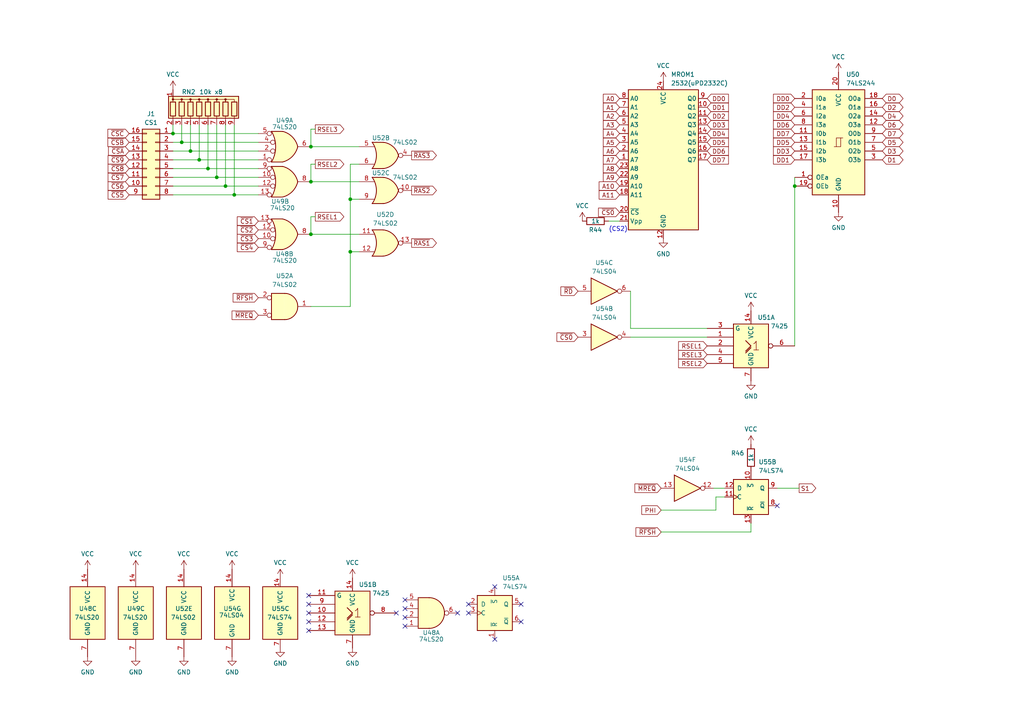
<source format=kicad_sch>
(kicad_sch (version 20230121) (generator eeschema)
  (paper "A4")
  (title_block (title "RAM SELECT & M-ROM") (date "2023-08-07") (comment 1 "IC48,IC49 MZ-80C基板より") (comment 2 "U51 A/U54 B,C,F/U49 A/U55 B") (comment 3 "U49 U52") (comment 4 "元回路図 CS1がclockwizeじゃなかった"))
  (lib_symbols
    (symbol "2532:2532"
      (property "Reference" "U" (at -10.16 20.955 0))
      (property "Value" "2532" (at 2.54 20.955 0))
      (symbol "2532_0_1"
        (rectangle (start -10.16 20.32) (end 10.16 -20.32) (stroke (width 0.254)) (fill (type background)))
      )
      (symbol "2532_1_0"
        (pin power_in line (at 0 -22.86 90) (length 2.54) (name "GND") (number "12"))
        (pin power_in line (at 0 22.86 270) (length 2.54) (name "VCC") (number "24"))
      )
      (symbol "2532_1_1"
        (pin input line (at -12.7 0 0) (length 2.54) (name "A7") (number "1"))
        (pin tri_state line (at 12.7 15.24 180) (length 2.54) (name "Q1") (number "10"))
        (pin tri_state line (at 12.7 12.7 180) (length 2.54) (name "Q2") (number "11"))
        (pin tri_state line (at 12.7 10.16 180) (length 2.54) (name "Q3") (number "13"))
        (pin tri_state line (at 12.7 7.62 180) (length 2.54) (name "Q4") (number "14"))
        (pin tri_state line (at 12.7 5.08 180) (length 2.54) (name "Q5") (number "15"))
        (pin tri_state line (at 12.7 2.54 180) (length 2.54) (name "Q6") (number "16"))
        (pin tri_state line (at 12.7 0 180) (length 2.54) (name "Q7") (number "17"))
        (pin input line (at -12.7 -10.16 0) (length 2.54) (name "A11") (number "18"))
        (pin input line (at -12.7 -7.62 0) (length 2.54) (name "A10") (number "19"))
        (pin input line (at -12.7 2.54 0) (length 2.54) (name "A6") (number "2"))
        (pin input line (at -12.7 -15.24 0) (length 2.54) (name "~{CS}") (number "20"))
        (pin input line (at -12.7 -17.78 0) (length 2.54) (name "Vpp") (number "21"))
        (pin input line (at -12.7 -5.08 0) (length 2.54) (name "A9") (number "22"))
        (pin input line (at -12.7 -2.54 0) (length 2.54) (name "A8") (number "23"))
        (pin input line (at -12.7 5.08 0) (length 2.54) (name "A5") (number "3"))
        (pin input line (at -12.7 7.62 0) (length 2.54) (name "A4") (number "4"))
        (pin input line (at -12.7 10.16 0) (length 2.54) (name "A3") (number "5"))
        (pin input line (at -12.7 12.7 0) (length 2.54) (name "A2") (number "6"))
        (pin input line (at -12.7 15.24 0) (length 2.54) (name "A1") (number "7"))
        (pin input line (at -12.7 17.78 0) (length 2.54) (name "A0") (number "8"))
        (pin tri_state line (at 12.7 17.78 180) (length 2.54) (name "Q0") (number "9"))
      )
    )
    (symbol "74xx:74LS02" (pin_names (offset 1.016))
      (property "Reference" "U" (at 0 1.27 0))
      (property "Value" "74LS02" (at 0 -1.27 0))
      (symbol "74LS02_1_1"
        (arc (start -3.81 -3.81) (mid -2.589 0) (end -3.81 3.81) (stroke (width 0.254)))
        (arc (start -0.6096 -3.81) (mid 2.1842 -2.5851) (end 3.81 0) (stroke (width 0.254)) (fill (type background)))
        (polyline (pts (xy -3.81 -3.81) (xy -0.635 -3.81)) (stroke (width 0.254)) (fill (type background)))
        (polyline (pts (xy -3.81 3.81) (xy -0.635 3.81)) (stroke (width 0.254)) (fill (type background)))
        (polyline (pts (xy -0.635 3.81) (xy -3.81 3.81) (xy -3.81 3.81) (xy -3.556 3.4036) (xy -3.0226 2.2606) (xy -2.6924 1.0414) (xy -2.6162 -0.254) (xy -2.7686 -1.4986) (xy -3.175 -2.7178) (xy -3.81 -3.81) (xy -3.81 -3.81) (xy -0.635 -3.81)) (stroke (width -25.4)) (fill (type background)))
        (arc (start 3.81 0) (mid 2.1915 2.5936) (end -0.6096 3.81) (stroke (width 0.254)) (fill (type background)))
        (pin output inverted (at 7.62 0 180) (length 3.81) (name "~") (number "1"))
        (pin input line (at -7.62 2.54 0) (length 4.318) (name "~") (number "2"))
        (pin input line (at -7.62 -2.54 0) (length 4.318) (name "~") (number "3"))
      )
      (symbol "74LS02_1_2"
        (arc (start 0 -3.81) (mid 3.7934 0) (end 0 3.81) (stroke (width 0.254)) (fill (type background)))
        (polyline (pts (xy 0 3.81) (xy -3.81 3.81) (xy -3.81 -3.81) (xy 0 -3.81)) (stroke (width 0.254)) (fill (type background)))
        (pin output line (at 7.62 0 180) (length 3.81) (name "~") (number "1"))
        (pin input inverted (at -7.62 2.54 0) (length 3.81) (name "~") (number "2"))
        (pin input inverted (at -7.62 -2.54 0) (length 3.81) (name "~") (number "3"))
      )
      (symbol "74LS02_2_1"
        (arc (start -3.81 -3.81) (mid -2.589 0) (end -3.81 3.81) (stroke (width 0.254)))
        (arc (start -0.6096 -3.81) (mid 2.1842 -2.5851) (end 3.81 0) (stroke (width 0.254)) (fill (type background)))
        (polyline (pts (xy -3.81 -3.81) (xy -0.635 -3.81)) (stroke (width 0.254)) (fill (type background)))
        (polyline (pts (xy -3.81 3.81) (xy -0.635 3.81)) (stroke (width 0.254)) (fill (type background)))
        (polyline (pts (xy -0.635 3.81) (xy -3.81 3.81) (xy -3.81 3.81) (xy -3.556 3.4036) (xy -3.0226 2.2606) (xy -2.6924 1.0414) (xy -2.6162 -0.254) (xy -2.7686 -1.4986) (xy -3.175 -2.7178) (xy -3.81 -3.81) (xy -3.81 -3.81) (xy -0.635 -3.81)) (stroke (width -25.4)) (fill (type background)))
        (arc (start 3.81 0) (mid 2.1915 2.5936) (end -0.6096 3.81) (stroke (width 0.254)) (fill (type background)))
        (pin output inverted (at 7.62 0 180) (length 3.81) (name "~") (number "4"))
        (pin input line (at -7.62 2.54 0) (length 4.318) (name "~") (number "5"))
        (pin input line (at -7.62 -2.54 0) (length 4.318) (name "~") (number "6"))
      )
      (symbol "74LS02_2_2"
        (arc (start 0 -3.81) (mid 3.7934 0) (end 0 3.81) (stroke (width 0.254)) (fill (type background)))
        (polyline (pts (xy 0 3.81) (xy -3.81 3.81) (xy -3.81 -3.81) (xy 0 -3.81)) (stroke (width 0.254)) (fill (type background)))
        (pin output line (at 7.62 0 180) (length 3.81) (name "~") (number "4"))
        (pin input inverted (at -7.62 2.54 0) (length 3.81) (name "~") (number "5"))
        (pin input inverted (at -7.62 -2.54 0) (length 3.81) (name "~") (number "6"))
      )
      (symbol "74LS02_3_1"
        (arc (start -3.81 -3.81) (mid -2.589 0) (end -3.81 3.81) (stroke (width 0.254)))
        (arc (start -0.6096 -3.81) (mid 2.1842 -2.5851) (end 3.81 0) (stroke (width 0.254)) (fill (type background)))
        (polyline (pts (xy -3.81 -3.81) (xy -0.635 -3.81)) (stroke (width 0.254)) (fill (type background)))
        (polyline (pts (xy -3.81 3.81) (xy -0.635 3.81)) (stroke (width 0.254)) (fill (type background)))
        (polyline (pts (xy -0.635 3.81) (xy -3.81 3.81) (xy -3.81 3.81) (xy -3.556 3.4036) (xy -3.0226 2.2606) (xy -2.6924 1.0414) (xy -2.6162 -0.254) (xy -2.7686 -1.4986) (xy -3.175 -2.7178) (xy -3.81 -3.81) (xy -3.81 -3.81) (xy -0.635 -3.81)) (stroke (width -25.4)) (fill (type background)))
        (arc (start 3.81 0) (mid 2.1915 2.5936) (end -0.6096 3.81) (stroke (width 0.254)) (fill (type background)))
        (pin output inverted (at 7.62 0 180) (length 3.81) (name "~") (number "10"))
        (pin input line (at -7.62 2.54 0) (length 4.318) (name "~") (number "8"))
        (pin input line (at -7.62 -2.54 0) (length 4.318) (name "~") (number "9"))
      )
      (symbol "74LS02_3_2"
        (arc (start 0 -3.81) (mid 3.7934 0) (end 0 3.81) (stroke (width 0.254)) (fill (type background)))
        (polyline (pts (xy 0 3.81) (xy -3.81 3.81) (xy -3.81 -3.81) (xy 0 -3.81)) (stroke (width 0.254)) (fill (type background)))
        (pin output line (at 7.62 0 180) (length 3.81) (name "~") (number "10"))
        (pin input inverted (at -7.62 2.54 0) (length 3.81) (name "~") (number "8"))
        (pin input inverted (at -7.62 -2.54 0) (length 3.81) (name "~") (number "9"))
      )
      (symbol "74LS02_4_1"
        (arc (start -3.81 -3.81) (mid -2.589 0) (end -3.81 3.81) (stroke (width 0.254)))
        (arc (start -0.6096 -3.81) (mid 2.1842 -2.5851) (end 3.81 0) (stroke (width 0.254)) (fill (type background)))
        (polyline (pts (xy -3.81 -3.81) (xy -0.635 -3.81)) (stroke (width 0.254)) (fill (type background)))
        (polyline (pts (xy -3.81 3.81) (xy -0.635 3.81)) (stroke (width 0.254)) (fill (type background)))
        (polyline (pts (xy -0.635 3.81) (xy -3.81 3.81) (xy -3.81 3.81) (xy -3.556 3.4036) (xy -3.0226 2.2606) (xy -2.6924 1.0414) (xy -2.6162 -0.254) (xy -2.7686 -1.4986) (xy -3.175 -2.7178) (xy -3.81 -3.81) (xy -3.81 -3.81) (xy -0.635 -3.81)) (stroke (width -25.4)) (fill (type background)))
        (arc (start 3.81 0) (mid 2.1915 2.5936) (end -0.6096 3.81) (stroke (width 0.254)) (fill (type background)))
        (pin input line (at -7.62 2.54 0) (length 4.318) (name "~") (number "11"))
        (pin input line (at -7.62 -2.54 0) (length 4.318) (name "~") (number "12"))
        (pin output inverted (at 7.62 0 180) (length 3.81) (name "~") (number "13"))
      )
      (symbol "74LS02_4_2"
        (arc (start 0 -3.81) (mid 3.7934 0) (end 0 3.81) (stroke (width 0.254)) (fill (type background)))
        (polyline (pts (xy 0 3.81) (xy -3.81 3.81) (xy -3.81 -3.81) (xy 0 -3.81)) (stroke (width 0.254)) (fill (type background)))
        (pin input inverted (at -7.62 2.54 0) (length 3.81) (name "~") (number "11"))
        (pin input inverted (at -7.62 -2.54 0) (length 3.81) (name "~") (number "12"))
        (pin output line (at 7.62 0 180) (length 3.81) (name "~") (number "13"))
      )
      (symbol "74LS02_5_0"
        (pin power_in line (at 0 12.7 270) (length 5.08) (name "VCC") (number "14"))
        (pin power_in line (at 0 -12.7 90) (length 5.08) (name "GND") (number "7"))
      )
      (symbol "74LS02_5_1"
        (rectangle (start -5.08 7.62) (end 5.08 -7.62) (stroke (width 0.254)) (fill (type background)))
      )
    )
    (symbol "74xx:74LS04"
      (property "Reference" "U" (at 0 1.27 0))
      (property "Value" "74LS04" (at 0 -1.27 0))
      (symbol "74LS04_1_0"
        (polyline (pts (xy -3.81 3.81) (xy -3.81 -3.81) (xy 3.81 0) (xy -3.81 3.81)) (stroke (width 0.254)) (fill (type background)))
        (pin input line (at -7.62 0 0) (length 3.81) (name "~") (number "1"))
        (pin output inverted (at 7.62 0 180) (length 3.81) (name "~") (number "2"))
      )
      (symbol "74LS04_2_0"
        (polyline (pts (xy -3.81 3.81) (xy -3.81 -3.81) (xy 3.81 0) (xy -3.81 3.81)) (stroke (width 0.254)) (fill (type background)))
        (pin input line (at -7.62 0 0) (length 3.81) (name "~") (number "3"))
        (pin output inverted (at 7.62 0 180) (length 3.81) (name "~") (number "4"))
      )
      (symbol "74LS04_3_0"
        (polyline (pts (xy -3.81 3.81) (xy -3.81 -3.81) (xy 3.81 0) (xy -3.81 3.81)) (stroke (width 0.254)) (fill (type background)))
        (pin input line (at -7.62 0 0) (length 3.81) (name "~") (number "5"))
        (pin output inverted (at 7.62 0 180) (length 3.81) (name "~") (number "6"))
      )
      (symbol "74LS04_4_0"
        (polyline (pts (xy -3.81 3.81) (xy -3.81 -3.81) (xy 3.81 0) (xy -3.81 3.81)) (stroke (width 0.254)) (fill (type background)))
        (pin output inverted (at 7.62 0 180) (length 3.81) (name "~") (number "8"))
        (pin input line (at -7.62 0 0) (length 3.81) (name "~") (number "9"))
      )
      (symbol "74LS04_5_0"
        (polyline (pts (xy -3.81 3.81) (xy -3.81 -3.81) (xy 3.81 0) (xy -3.81 3.81)) (stroke (width 0.254)) (fill (type background)))
        (pin output inverted (at 7.62 0 180) (length 3.81) (name "~") (number "10"))
        (pin input line (at -7.62 0 0) (length 3.81) (name "~") (number "11"))
      )
      (symbol "74LS04_6_0"
        (polyline (pts (xy -3.81 3.81) (xy -3.81 -3.81) (xy 3.81 0) (xy -3.81 3.81)) (stroke (width 0.254)) (fill (type background)))
        (pin output inverted (at 7.62 0 180) (length 3.81) (name "~") (number "12"))
        (pin input line (at -7.62 0 0) (length 3.81) (name "~") (number "13"))
      )
      (symbol "74LS04_7_0"
        (pin power_in line (at 0 12.7 270) (length 5.08) (name "VCC") (number "14"))
        (pin power_in line (at 0 -12.7 90) (length 5.08) (name "GND") (number "7"))
      )
      (symbol "74LS04_7_1"
        (rectangle (start -5.08 7.62) (end 5.08 -7.62) (stroke (width 0.254)) (fill (type background)))
      )
    )
    (symbol "74xx:74LS20" (pin_names (offset 1.016))
      (property "Reference" "U" (at 0 1.27 0))
      (property "Value" "74LS20" (at 0 -1.27 0))
      (symbol "74LS20_1_1"
        (arc (start -0.635 -4.445) (mid 3.7907 0) (end -0.635 4.445) (stroke (width 0.254)) (fill (type background)))
        (polyline (pts (xy -0.635 4.445) (xy -3.81 4.445) (xy -3.81 -4.445) (xy -0.635 -4.445)) (stroke (width 0.254)) (fill (type background)))
        (pin input line (at -7.62 3.81 0) (length 3.81) (name "~") (number "1"))
        (pin input line (at -7.62 1.27 0) (length 3.81) (name "~") (number "2"))
        (pin input line (at -7.62 -1.27 0) (length 3.81) (name "~") (number "4"))
        (pin input line (at -7.62 -3.81 0) (length 3.81) (name "~") (number "5"))
        (pin output inverted (at 7.62 0 180) (length 3.81) (name "~") (number "6"))
      )
      (symbol "74LS20_1_2"
        (arc (start -3.81 -4.445) (mid -2.5908 0) (end -3.81 4.445) (stroke (width 0.254)))
        (arc (start -0.6096 -4.445) (mid 2.2246 -2.8422) (end 3.81 0) (stroke (width 0.254)) (fill (type background)))
        (polyline (pts (xy -3.81 -4.445) (xy -0.635 -4.445)) (stroke (width 0.254)) (fill (type background)))
        (polyline (pts (xy -3.81 4.445) (xy -0.635 4.445)) (stroke (width 0.254)) (fill (type background)))
        (polyline (pts (xy -0.635 4.445) (xy -3.81 4.445) (xy -3.81 4.445) (xy -3.6322 4.0894) (xy -3.0988 2.921) (xy -2.7686 1.6764) (xy -2.6162 0.4318) (xy -2.6416 -0.8636) (xy -2.8702 -2.1082) (xy -3.2512 -3.3274) (xy -3.81 -4.445) (xy -3.81 -4.445) (xy -0.635 -4.445)) (stroke (width -25.4)) (fill (type background)))
        (arc (start 3.81 0) (mid 2.2204 2.8379) (end -0.6096 4.445) (stroke (width 0.254)) (fill (type background)))
        (pin input inverted (at -7.62 3.81 0) (length 3.81) (name "~") (number "1"))
        (pin input inverted (at -7.62 1.27 0) (length 4.826) (name "~") (number "2"))
        (pin input inverted (at -7.62 -1.27 0) (length 4.826) (name "~") (number "4"))
        (pin input inverted (at -7.62 -3.81 0) (length 3.81) (name "~") (number "5"))
        (pin output line (at 7.62 0 180) (length 3.81) (name "~") (number "6"))
      )
      (symbol "74LS20_2_1"
        (arc (start -0.635 -4.445) (mid 3.7907 0) (end -0.635 4.445) (stroke (width 0.254)) (fill (type background)))
        (polyline (pts (xy -0.635 4.445) (xy -3.81 4.445) (xy -3.81 -4.445) (xy -0.635 -4.445)) (stroke (width 0.254)) (fill (type background)))
        (pin input line (at -7.62 1.27 0) (length 3.81) (name "~") (number "10"))
        (pin input line (at -7.62 -1.27 0) (length 3.81) (name "~") (number "12"))
        (pin input line (at -7.62 -3.81 0) (length 3.81) (name "~") (number "13"))
        (pin output inverted (at 7.62 0 180) (length 3.81) (name "~") (number "8"))
        (pin input line (at -7.62 3.81 0) (length 3.81) (name "~") (number "9"))
      )
      (symbol "74LS20_2_2"
        (arc (start -3.81 -4.445) (mid -2.5908 0) (end -3.81 4.445) (stroke (width 0.254)))
        (arc (start -0.6096 -4.445) (mid 2.2246 -2.8422) (end 3.81 0) (stroke (width 0.254)) (fill (type background)))
        (polyline (pts (xy -3.81 -4.445) (xy -0.635 -4.445)) (stroke (width 0.254)) (fill (type background)))
        (polyline (pts (xy -3.81 4.445) (xy -0.635 4.445)) (stroke (width 0.254)) (fill (type background)))
        (polyline (pts (xy -0.635 4.445) (xy -3.81 4.445) (xy -3.81 4.445) (xy -3.6322 4.0894) (xy -3.0988 2.921) (xy -2.7686 1.6764) (xy -2.6162 0.4318) (xy -2.6416 -0.8636) (xy -2.8702 -2.1082) (xy -3.2512 -3.3274) (xy -3.81 -4.445) (xy -3.81 -4.445) (xy -0.635 -4.445)) (stroke (width -25.4)) (fill (type background)))
        (arc (start 3.81 0) (mid 2.2204 2.8379) (end -0.6096 4.445) (stroke (width 0.254)) (fill (type background)))
        (pin input inverted (at -7.62 1.27 0) (length 4.826) (name "~") (number "10"))
        (pin input inverted (at -7.62 -1.27 0) (length 4.826) (name "~") (number "12"))
        (pin input inverted (at -7.62 -3.81 0) (length 3.81) (name "~") (number "13"))
        (pin output line (at 7.62 0 180) (length 3.81) (name "~") (number "8"))
        (pin input inverted (at -7.62 3.81 0) (length 3.81) (name "~") (number "9"))
      )
      (symbol "74LS20_3_0"
        (pin power_in line (at 0 12.7 270) (length 5.08) (name "VCC") (number "14"))
        (pin power_in line (at 0 -12.7 90) (length 5.08) (name "GND") (number "7"))
      )
      (symbol "74LS20_3_1"
        (rectangle (start -5.08 7.62) (end 5.08 -7.62) (stroke (width 0.254)) (fill (type background)))
      )
    )
    (symbol "74xx:74LS244" (pin_names (offset 1.016))
      (property "Reference" "U" (at -7.62 16.51 0))
      (property "Value" "74LS244" (at -7.62 -16.51 0))
      (symbol "74LS244_1_0"
        (polyline (pts (xy -0.635 -1.27) (xy -0.635 1.27) (xy 0.635 1.27)))
        (polyline (pts (xy -1.27 -1.27) (xy 0.635 -1.27) (xy 0.635 1.27) (xy 1.27 1.27)))
        (pin input inverted (at -12.7 -10.16 0) (length 5.08) (name "OEa") (number "1"))
        (pin power_in line (at 0 -20.32 90) (length 5.08) (name "GND") (number "10"))
        (pin input line (at -12.7 2.54 0) (length 5.08) (name "I0b") (number "11"))
        (pin tri_state line (at 12.7 5.08 180) (length 5.08) (name "O3a") (number "12"))
        (pin input line (at -12.7 0 0) (length 5.08) (name "I1b") (number "13"))
        (pin tri_state line (at 12.7 7.62 180) (length 5.08) (name "O2a") (number "14"))
        (pin input line (at -12.7 -2.54 0) (length 5.08) (name "I2b") (number "15"))
        (pin tri_state line (at 12.7 10.16 180) (length 5.08) (name "O1a") (number "16"))
        (pin input line (at -12.7 -5.08 0) (length 5.08) (name "I3b") (number "17"))
        (pin tri_state line (at 12.7 12.7 180) (length 5.08) (name "O0a") (number "18"))
        (pin input inverted (at -12.7 -12.7 0) (length 5.08) (name "OEb") (number "19"))
        (pin input line (at -12.7 12.7 0) (length 5.08) (name "I0a") (number "2"))
        (pin power_in line (at 0 20.32 270) (length 5.08) (name "VCC") (number "20"))
        (pin tri_state line (at 12.7 -5.08 180) (length 5.08) (name "O3b") (number "3"))
        (pin input line (at -12.7 10.16 0) (length 5.08) (name "I1a") (number "4"))
        (pin tri_state line (at 12.7 -2.54 180) (length 5.08) (name "O2b") (number "5"))
        (pin input line (at -12.7 7.62 0) (length 5.08) (name "I2a") (number "6"))
        (pin tri_state line (at 12.7 0 180) (length 5.08) (name "O1b") (number "7"))
        (pin input line (at -12.7 5.08 0) (length 5.08) (name "I3a") (number "8"))
        (pin tri_state line (at 12.7 2.54 180) (length 5.08) (name "O0b") (number "9"))
      )
      (symbol "74LS244_1_1"
        (rectangle (start -7.62 15.24) (end 7.62 -15.24) (stroke (width 0.254)) (fill (type background)))
      )
    )
    (symbol "74xx:74LS74" (pin_names (offset 1.016))
      (property "Reference" "U" (at -7.62 8.89 0))
      (property "Value" "74LS74" (at -7.62 -8.89 0))
      (symbol "74LS74_1_0"
        (pin input line (at 0 -7.62 90) (length 2.54) (name "~{R}") (number "1"))
        (pin input line (at -7.62 2.54 0) (length 2.54) (name "D") (number "2"))
        (pin input clock (at -7.62 0 0) (length 2.54) (name "C") (number "3"))
        (pin input line (at 0 7.62 270) (length 2.54) (name "~{S}") (number "4"))
        (pin output line (at 7.62 2.54 180) (length 2.54) (name "Q") (number "5"))
        (pin output line (at 7.62 -2.54 180) (length 2.54) (name "~{Q}") (number "6"))
      )
      (symbol "74LS74_1_1"
        (rectangle (start -5.08 5.08) (end 5.08 -5.08) (stroke (width 0.254)) (fill (type background)))
      )
      (symbol "74LS74_2_0"
        (pin input line (at 0 7.62 270) (length 2.54) (name "~{S}") (number "10"))
        (pin input clock (at -7.62 0 0) (length 2.54) (name "C") (number "11"))
        (pin input line (at -7.62 2.54 0) (length 2.54) (name "D") (number "12"))
        (pin input line (at 0 -7.62 90) (length 2.54) (name "~{R}") (number "13"))
        (pin output line (at 7.62 -2.54 180) (length 2.54) (name "~{Q}") (number "8"))
        (pin output line (at 7.62 2.54 180) (length 2.54) (name "Q") (number "9"))
      )
      (symbol "74LS74_2_1"
        (rectangle (start -5.08 5.08) (end 5.08 -5.08) (stroke (width 0.254)) (fill (type background)))
      )
      (symbol "74LS74_3_0"
        (pin power_in line (at 0 10.16 270) (length 2.54) (name "VCC") (number "14"))
        (pin power_in line (at 0 -10.16 90) (length 2.54) (name "GND") (number "7"))
      )
      (symbol "74LS74_3_1"
        (rectangle (start -5.08 7.62) (end 5.08 -7.62) (stroke (width 0.254)) (fill (type background)))
      )
    )
    (symbol "74xx_IEEE:7425"
      (property "Reference" "U" (at 6.35 10.16 0))
      (property "Value" "7425" (at 5.08 -8.89 0))
      (symbol "7425_0_0"
        (polyline (pts (xy -1.524 -2.032) (xy 0 -0.508) (xy 0 -0.508)) (stroke (width 0.254)) (fill (type background)))
        (polyline (pts (xy -1.524 1.524) (xy 0 0) (xy -1.524 -1.524) (xy -1.524 -1.524)) (stroke (width 0.254)) (fill (type background)))
        (text "1" (at 1.524 0 0) (effects (font (size 2.54 2.54))))
      )
      (symbol "7425_0_1"
        (rectangle (start -5.08 6.35) (end 5.08 -6.35) (stroke (width 0.254)) (fill (type background)))
        (pin power_in line (at 0 10.16 270) (length 3.81) (name "VCC") (number "14"))
        (pin power_in line (at 0 -10.16 90) (length 3.81) (name "GND") (number "7"))
      )
      (symbol "7425_1_1"
        (pin input line (at -12.7 2.54 0) (length 7.62) (name "~") (number "1"))
        (pin input line (at -12.7 0 0) (length 7.62) (name "~") (number "2"))
        (pin input line (at -12.7 5.08 0) (length 7.62) (name "G") (number "3"))
        (pin input line (at -12.7 -2.54 0) (length 7.62) (name "~") (number "4"))
        (pin input line (at -12.7 -5.08 0) (length 7.62) (name "~") (number "5"))
        (pin output inverted (at 12.7 0 180) (length 7.62) (name "~") (number "6"))
      )
      (symbol "7425_2_1"
        (pin input line (at -12.7 0 0) (length 7.62) (name "~") (number "10"))
        (pin input line (at -12.7 5.08 0) (length 7.62) (name "G") (number "11"))
        (pin input line (at -12.7 -2.54 0) (length 7.62) (name "~") (number "12"))
        (pin input line (at -12.7 -5.08 0) (length 7.62) (name "~") (number "13"))
        (pin output inverted (at 12.7 0 180) (length 7.62) (name "~") (number "8"))
        (pin input line (at -12.7 2.54 0) (length 7.62) (name "~") (number "9"))
      )
    )
    (symbol "Connector_Generic:Conn_02x08_Counter_Clockwise" (pin_names (offset 1.016) hide)
      (property "Reference" "J" (at 1.27 10.16 0))
      (property "Value" "Conn_02x08_Counter_Clockwise" (at 1.27 -12.7 0))
      (symbol "Conn_02x08_Counter_Clockwise_1_1"
        (rectangle (start -1.27 -10.033) (end 0 -10.287) (stroke (width 0.1524)))
        (rectangle (start -1.27 -7.493) (end 0 -7.747) (stroke (width 0.1524)))
        (rectangle (start -1.27 -4.953) (end 0 -5.207) (stroke (width 0.1524)))
        (rectangle (start -1.27 -2.413) (end 0 -2.667) (stroke (width 0.1524)))
        (rectangle (start -1.27 0.127) (end 0 -0.127) (stroke (width 0.1524)))
        (rectangle (start -1.27 2.667) (end 0 2.413) (stroke (width 0.1524)))
        (rectangle (start -1.27 5.207) (end 0 4.953) (stroke (width 0.1524)))
        (rectangle (start -1.27 7.747) (end 0 7.493) (stroke (width 0.1524)))
        (rectangle (start -1.27 8.89) (end 3.81 -11.43) (stroke (width 0.254)) (fill (type background)))
        (rectangle (start 3.81 -10.033) (end 2.54 -10.287) (stroke (width 0.1524)))
        (rectangle (start 3.81 -7.493) (end 2.54 -7.747) (stroke (width 0.1524)))
        (rectangle (start 3.81 -4.953) (end 2.54 -5.207) (stroke (width 0.1524)))
        (rectangle (start 3.81 -2.413) (end 2.54 -2.667) (stroke (width 0.1524)))
        (rectangle (start 3.81 0.127) (end 2.54 -0.127) (stroke (width 0.1524)))
        (rectangle (start 3.81 2.667) (end 2.54 2.413) (stroke (width 0.1524)))
        (rectangle (start 3.81 5.207) (end 2.54 4.953) (stroke (width 0.1524)))
        (rectangle (start 3.81 7.747) (end 2.54 7.493) (stroke (width 0.1524)))
        (pin passive line (at -5.08 7.62 0) (length 3.81) (name "Pin_1") (number "1"))
        (pin passive line (at 7.62 -7.62 180) (length 3.81) (name "Pin_10") (number "10"))
        (pin passive line (at 7.62 -5.08 180) (length 3.81) (name "Pin_11") (number "11"))
        (pin passive line (at 7.62 -2.54 180) (length 3.81) (name "Pin_12") (number "12"))
        (pin passive line (at 7.62 0 180) (length 3.81) (name "Pin_13") (number "13"))
        (pin passive line (at 7.62 2.54 180) (length 3.81) (name "Pin_14") (number "14"))
        (pin passive line (at 7.62 5.08 180) (length 3.81) (name "Pin_15") (number "15"))
        (pin passive line (at 7.62 7.62 180) (length 3.81) (name "Pin_16") (number "16"))
        (pin passive line (at -5.08 5.08 0) (length 3.81) (name "Pin_2") (number "2"))
        (pin passive line (at -5.08 2.54 0) (length 3.81) (name "Pin_3") (number "3"))
        (pin passive line (at -5.08 0 0) (length 3.81) (name "Pin_4") (number "4"))
        (pin passive line (at -5.08 -2.54 0) (length 3.81) (name "Pin_5") (number "5"))
        (pin passive line (at -5.08 -5.08 0) (length 3.81) (name "Pin_6") (number "6"))
        (pin passive line (at -5.08 -7.62 0) (length 3.81) (name "Pin_7") (number "7"))
        (pin passive line (at -5.08 -10.16 0) (length 3.81) (name "Pin_8") (number "8"))
        (pin passive line (at 7.62 -10.16 180) (length 3.81) (name "Pin_9") (number "9"))
      )
    )
    (symbol "Device:R" (pin_numbers hide) (pin_names (offset 0))
      (property "Reference" "R" (at 2.032 0 90))
      (property "Value" "R" (at 0 0 90))
      (symbol "R_0_1"
        (rectangle (start -1.016 -2.54) (end 1.016 2.54) (stroke (width 0.254)))
      )
      (symbol "R_1_1"
        (pin passive line (at 0 3.81 270) (length 1.27) (name "~") (number "1"))
        (pin passive line (at 0 -3.81 90) (length 1.27) (name "~") (number "2"))
      )
    )
    (symbol "Device:R_Network08" (pin_names (offset 0) hide)
      (property "Reference" "RN" (at -12.7 0 90))
      (property "Value" "R_Network08" (at 10.16 0 90))
      (symbol "R_Network08_0_1"
        (rectangle (start -11.43 -3.175) (end 8.89 3.175) (stroke (width 0.254)) (fill (type background)))
        (rectangle (start -10.922 1.524) (end -9.398 -2.54) (stroke (width 0.254)))
        (circle (center -10.16 2.286) (radius 0.254) (fill (type outline)))
        (rectangle (start -8.382 1.524) (end -6.858 -2.54) (stroke (width 0.254)))
        (circle (center -7.62 2.286) (radius 0.254) (fill (type outline)))
        (rectangle (start -5.842 1.524) (end -4.318 -2.54) (stroke (width 0.254)))
        (circle (center -5.08 2.286) (radius 0.254) (fill (type outline)))
        (rectangle (start -3.302 1.524) (end -1.778 -2.54) (stroke (width 0.254)))
        (circle (center -2.54 2.286) (radius 0.254) (fill (type outline)))
        (rectangle (start -0.762 1.524) (end 0.762 -2.54) (stroke (width 0.254)))
        (polyline (pts (xy -10.16 -2.54) (xy -10.16 -3.81)))
        (polyline (pts (xy -7.62 -2.54) (xy -7.62 -3.81)))
        (polyline (pts (xy -5.08 -2.54) (xy -5.08 -3.81)))
        (polyline (pts (xy -2.54 -2.54) (xy -2.54 -3.81)))
        (polyline (pts (xy 0 -2.54) (xy 0 -3.81)))
        (polyline (pts (xy 2.54 -2.54) (xy 2.54 -3.81)))
        (polyline (pts (xy 5.08 -2.54) (xy 5.08 -3.81)))
        (polyline (pts (xy 7.62 -2.54) (xy 7.62 -3.81)))
        (polyline (pts (xy -10.16 1.524) (xy -10.16 2.286) (xy -7.62 2.286) (xy -7.62 1.524)))
        (polyline (pts (xy -7.62 1.524) (xy -7.62 2.286) (xy -5.08 2.286) (xy -5.08 1.524)))
        (polyline (pts (xy -5.08 1.524) (xy -5.08 2.286) (xy -2.54 2.286) (xy -2.54 1.524)))
        (polyline (pts (xy -2.54 1.524) (xy -2.54 2.286) (xy 0 2.286) (xy 0 1.524)))
        (polyline (pts (xy 0 1.524) (xy 0 2.286) (xy 2.54 2.286) (xy 2.54 1.524)))
        (polyline (pts (xy 2.54 1.524) (xy 2.54 2.286) (xy 5.08 2.286) (xy 5.08 1.524)))
        (polyline (pts (xy 5.08 1.524) (xy 5.08 2.286) (xy 7.62 2.286) (xy 7.62 1.524)))
        (circle (center 0 2.286) (radius 0.254) (fill (type outline)))
        (rectangle (start 1.778 1.524) (end 3.302 -2.54) (stroke (width 0.254)))
        (circle (center 2.54 2.286) (radius 0.254) (fill (type outline)))
        (rectangle (start 4.318 1.524) (end 5.842 -2.54) (stroke (width 0.254)))
        (circle (center 5.08 2.286) (radius 0.254) (fill (type outline)))
        (rectangle (start 6.858 1.524) (end 8.382 -2.54) (stroke (width 0.254)))
      )
      (symbol "R_Network08_1_1"
        (pin passive line (at -10.16 5.08 270) (length 2.54) (name "common") (number "1"))
        (pin passive line (at -10.16 -5.08 90) (length 1.27) (name "R1") (number "2"))
        (pin passive line (at -7.62 -5.08 90) (length 1.27) (name "R2") (number "3"))
        (pin passive line (at -5.08 -5.08 90) (length 1.27) (name "R3") (number "4"))
        (pin passive line (at -2.54 -5.08 90) (length 1.27) (name "R4") (number "5"))
        (pin passive line (at 0 -5.08 90) (length 1.27) (name "R5") (number "6"))
        (pin passive line (at 2.54 -5.08 90) (length 1.27) (name "R6") (number "7"))
        (pin passive line (at 5.08 -5.08 90) (length 1.27) (name "R7") (number "8"))
        (pin passive line (at 7.62 -5.08 90) (length 1.27) (name "R8") (number "9"))
      )
    )
    (symbol "power:GND" (power) (pin_names (offset 0))
      (property "Value" "GND" (at 0 -3.81 0))
      (symbol "GND_0_1"
        (polyline (pts (xy 0 0) (xy 0 -1.27) (xy 1.27 -1.27) (xy 0 -2.54) (xy -1.27 -1.27) (xy 0 -1.27)))
      )
      (symbol "GND_1_1"
        (pin power_in line (at 0 0 270) (length 0) hide (name "GND") (number "1"))
      )
    )
    (symbol "power:VCC" (power) (pin_names (offset 0))
      (property "Value" "VCC" (at 0 3.81 0))
      (symbol "VCC_0_1"
        (polyline (pts (xy -0.762 1.27) (xy 0 2.54)))
        (polyline (pts (xy 0 0) (xy 0 2.54)))
        (polyline (pts (xy 0 2.54) (xy 0.762 1.27)))
      )
      (symbol "VCC_1_1"
        (pin power_in line (at 0 0 90) (length 0) hide (name "VCC") (number "1"))
      )
    )
  )
  (junction (at 65.405 53.975))
  (junction (at 57.785 46.355))
  (junction (at 90.17 67.945))
  (junction (at 52.705 41.275))
  (junction (at 62.865 51.435))
  (junction (at 101.6 57.785))
  (junction (at 101.6 73.025))
  (junction (at 60.325 48.895))
  (junction (at 55.245 43.815))
  (junction (at 67.945 56.515))
  (junction (at 90.17 42.545))
  (junction (at 90.17 52.705))
  (junction (at 50.165 38.735))
  (junction (at 230.505 53.975))
  (no_connect (at 89.535 172.72))
  (no_connect (at 117.475 173.99))
  (no_connect (at 151.13 175.26))
  (no_connect (at 89.535 175.26))
  (no_connect (at 89.535 177.8))
  (no_connect (at 117.475 179.07))
  (no_connect (at 117.475 176.53))
  (no_connect (at 132.715 177.8))
  (no_connect (at 151.13 180.34))
  (no_connect (at 143.51 170.18))
  (no_connect (at 89.535 182.88))
  (no_connect (at 117.475 181.61))
  (no_connect (at 225.425 146.685))
  (no_connect (at 114.935 177.8))
  (no_connect (at 143.51 185.42))
  (no_connect (at 89.535 180.34))
  (no_connect (at 135.89 177.8))
  (no_connect (at 135.89 175.26))
  (wire (pts (xy 182.88 97.79) (xy 205.105 97.79)))
  (wire (pts (xy 90.17 67.945) (xy 104.14 67.945)))
  (wire (pts (xy 182.88 84.455) (xy 182.88 95.25)))
  (wire (pts (xy 65.405 53.975) (xy 74.93 53.975)))
  (wire (pts (xy 55.245 43.815) (xy 74.93 43.815)))
  (wire (pts (xy 90.17 52.705) (xy 90.17 47.625)))
  (wire (pts (xy 50.165 38.735) (xy 74.93 38.735)))
  (wire (pts (xy 217.805 154.305) (xy 217.805 151.765)))
  (wire (pts (xy 101.6 57.785) (xy 104.14 57.785)))
  (wire (pts (xy 62.865 36.195) (xy 62.865 51.435)))
  (wire (pts (xy 67.945 36.195) (xy 67.945 56.515)))
  (wire (pts (xy 230.505 53.975) (xy 230.505 100.33)))
  (wire (pts (xy 57.785 46.355) (xy 74.93 46.355)))
  (wire (pts (xy 101.6 73.025) (xy 104.14 73.025)))
  (wire (pts (xy 207.01 141.605) (xy 210.185 141.605)))
  (wire (pts (xy 52.705 41.275) (xy 74.93 41.275)))
  (wire (pts (xy 60.325 48.895) (xy 74.93 48.895)))
  (wire (pts (xy 101.6 73.025) (xy 101.6 57.785)))
  (wire (pts (xy 50.165 36.195) (xy 50.165 38.735)))
  (wire (pts (xy 57.785 36.195) (xy 57.785 46.355)))
  (wire (pts (xy 90.17 42.545) (xy 104.14 42.545)))
  (wire (pts (xy 182.88 95.25) (xy 205.105 95.25)))
  (wire (pts (xy 50.165 43.815) (xy 55.245 43.815)))
  (wire (pts (xy 191.77 147.955) (xy 207.645 147.955)))
  (wire (pts (xy 176.53 64.135) (xy 179.705 64.135)))
  (wire (pts (xy 90.17 37.465) (xy 91.44 37.465)))
  (wire (pts (xy 60.325 36.195) (xy 60.325 48.895)))
  (wire (pts (xy 62.865 51.435) (xy 74.93 51.435)))
  (wire (pts (xy 52.705 36.195) (xy 52.705 41.275)))
  (wire (pts (xy 191.77 154.305) (xy 217.805 154.305)))
  (wire (pts (xy 101.6 47.625) (xy 104.14 47.625)))
  (wire (pts (xy 50.165 46.355) (xy 57.785 46.355)))
  (wire (pts (xy 230.505 51.435) (xy 230.505 53.975)))
  (wire (pts (xy 65.405 36.195) (xy 65.405 53.975)))
  (wire (pts (xy 101.6 88.9) (xy 101.6 73.025)))
  (wire (pts (xy 50.165 51.435) (xy 62.865 51.435)))
  (wire (pts (xy 55.245 36.195) (xy 55.245 43.815)))
  (wire (pts (xy 90.17 62.865) (xy 91.44 62.865)))
  (wire (pts (xy 207.645 147.955) (xy 207.645 144.145)))
  (wire (pts (xy 50.165 56.515) (xy 67.945 56.515)))
  (wire (pts (xy 90.17 88.9) (xy 101.6 88.9)))
  (wire (pts (xy 67.945 56.515) (xy 74.93 56.515)))
  (wire (pts (xy 50.165 53.975) (xy 65.405 53.975)))
  (wire (pts (xy 50.165 41.275) (xy 52.705 41.275)))
  (wire (pts (xy 207.645 144.145) (xy 210.185 144.145)))
  (wire (pts (xy 101.6 57.785) (xy 101.6 47.625)))
  (wire (pts (xy 90.17 47.625) (xy 91.44 47.625)))
  (wire (pts (xy 50.165 48.895) (xy 60.325 48.895)))
  (wire (pts (xy 90.17 67.945) (xy 90.17 62.865)))
  (wire (pts (xy 90.17 42.545) (xy 90.17 37.465)))
  (wire (pts (xy 225.425 141.605) (xy 231.775 141.605)))
  (wire (pts (xy 90.17 52.705) (xy 104.14 52.705)))
  (text "(CS2)" (at 176.53 67.31 0) (effects (font (size 1.27 1.27)) (justify left bottom)))
  (global_label "A4" (shape input) (at 179.705 38.735 180) (property "Intersheetrefs" "${INTERSHEET_REFS}" (effects hide)))
  (global_label "DD7" (shape input) (at 205.105 46.355 0) (property "Intersheetrefs" "${INTERSHEET_REFS}" (effects hide)))
  (global_label "RSEL1" (shape input) (at 205.105 100.33 180) (property "Intersheetrefs" "${INTERSHEET_REFS}" (effects hide)))
  (global_label "~{CSA}" (shape input) (at 37.465 43.815 180) (property "Intersheetrefs" "${INTERSHEET_REFS}" (effects hide)))
  (global_label "RSEL1" (shape output) (at 91.44 62.865 0) (property "Intersheetrefs" "${INTERSHEET_REFS}" (effects hide)))
  (global_label "PHI" (shape input) (at 191.77 147.955 180) (property "Intersheetrefs" "${INTERSHEET_REFS}" (effects hide)))
  (global_label "~{CSB}" (shape input) (at 37.465 41.275 180) (property "Intersheetrefs" "${INTERSHEET_REFS}" (effects hide)))
  (global_label "D5" (shape tri_state) (at 255.905 41.275 0) (property "Intersheetrefs" "${INTERSHEET_REFS}" (effects hide)))
  (global_label "A11" (shape input) (at 179.705 56.515 180) (property "Intersheetrefs" "${INTERSHEET_REFS}" (effects hide)))
  (global_label "~{MREQ}" (shape input) (at 74.93 91.44 180) (property "Intersheetrefs" "${INTERSHEET_REFS}" (effects hide)))
  (global_label "~{CSC}" (shape input) (at 37.465 38.735 180) (property "Intersheetrefs" "${INTERSHEET_REFS}" (effects hide)))
  (global_label "A1" (shape input) (at 179.705 31.115 180) (property "Intersheetrefs" "${INTERSHEET_REFS}" (effects hide)))
  (global_label "DD4" (shape input) (at 230.505 33.655 180) (property "Intersheetrefs" "${INTERSHEET_REFS}" (effects hide)))
  (global_label "RSEL3" (shape input) (at 205.105 102.87 180) (property "Intersheetrefs" "${INTERSHEET_REFS}" (effects hide)))
  (global_label "DD5" (shape input) (at 205.105 41.275 0) (property "Intersheetrefs" "${INTERSHEET_REFS}" (effects hide)))
  (global_label "~{CS4}" (shape input) (at 74.93 71.755 180) (property "Intersheetrefs" "${INTERSHEET_REFS}" (effects hide)))
  (global_label "DD1" (shape input) (at 230.505 46.355 180) (property "Intersheetrefs" "${INTERSHEET_REFS}" (effects hide)))
  (global_label "~{CS3}" (shape input) (at 74.93 69.215 180) (property "Intersheetrefs" "${INTERSHEET_REFS}" (effects hide)))
  (global_label "D6" (shape tri_state) (at 255.905 36.195 0) (property "Intersheetrefs" "${INTERSHEET_REFS}" (effects hide)))
  (global_label "~{MREQ}" (shape input) (at 191.77 141.605 180) (property "Intersheetrefs" "${INTERSHEET_REFS}" (effects hide)))
  (global_label "~{RFSH}" (shape input) (at 74.93 86.36 180) (property "Intersheetrefs" "${INTERSHEET_REFS}" (effects hide)))
  (global_label "D4" (shape tri_state) (at 255.905 33.655 0) (property "Intersheetrefs" "${INTERSHEET_REFS}" (effects hide)))
  (global_label "~{RAS3}" (shape output) (at 119.38 45.085 0) (property "Intersheetrefs" "${INTERSHEET_REFS}" (effects hide)))
  (global_label "~{CS6}" (shape input) (at 37.465 53.975 180) (property "Intersheetrefs" "${INTERSHEET_REFS}" (effects hide)))
  (global_label "DD2" (shape input) (at 205.105 33.655 0) (property "Intersheetrefs" "${INTERSHEET_REFS}" (effects hide)))
  (global_label "DD4" (shape input) (at 205.105 38.735 0) (property "Intersheetrefs" "${INTERSHEET_REFS}" (effects hide)))
  (global_label "DD0" (shape input) (at 230.505 28.575 180) (property "Intersheetrefs" "${INTERSHEET_REFS}" (effects hide)))
  (global_label "~{CS2}" (shape input) (at 74.93 66.675 180) (property "Intersheetrefs" "${INTERSHEET_REFS}" (effects hide)))
  (global_label "~{CS0}" (shape input) (at 179.705 61.595 180) (property "Intersheetrefs" "${INTERSHEET_REFS}" (effects hide)))
  (global_label "D0" (shape tri_state) (at 255.905 28.575 0) (property "Intersheetrefs" "${INTERSHEET_REFS}" (effects hide)))
  (global_label "~{CS1}" (shape input) (at 74.93 64.135 180) (property "Intersheetrefs" "${INTERSHEET_REFS}" (effects hide)))
  (global_label "DD3" (shape input) (at 230.505 43.815 180) (property "Intersheetrefs" "${INTERSHEET_REFS}" (effects hide)))
  (global_label "A9" (shape input) (at 179.705 51.435 180) (property "Intersheetrefs" "${INTERSHEET_REFS}" (effects hide)))
  (global_label "DD1" (shape input) (at 205.105 31.115 0) (property "Intersheetrefs" "${INTERSHEET_REFS}" (effects hide)))
  (global_label "~{CS5}" (shape input) (at 37.465 56.515 180) (property "Intersheetrefs" "${INTERSHEET_REFS}" (effects hide)))
  (global_label "~{RD}" (shape input) (at 167.64 84.455 180) (property "Intersheetrefs" "${INTERSHEET_REFS}" (effects hide)))
  (global_label "DD5" (shape input) (at 230.505 41.275 180) (property "Intersheetrefs" "${INTERSHEET_REFS}" (effects hide)))
  (global_label "RSEL2" (shape output) (at 91.44 47.625 0) (property "Intersheetrefs" "${INTERSHEET_REFS}" (effects hide)))
  (global_label "RSEL2" (shape input) (at 205.105 105.41 180) (property "Intersheetrefs" "${INTERSHEET_REFS}" (effects hide)))
  (global_label "~{RAS1}" (shape output) (at 119.38 70.485 0) (property "Intersheetrefs" "${INTERSHEET_REFS}" (effects hide)))
  (global_label "~{CS0}" (shape input) (at 167.64 97.79 180) (property "Intersheetrefs" "${INTERSHEET_REFS}" (effects hide)))
  (global_label "D3" (shape tri_state) (at 255.905 43.815 0) (property "Intersheetrefs" "${INTERSHEET_REFS}" (effects hide)))
  (global_label "DD0" (shape input) (at 205.105 28.575 0) (property "Intersheetrefs" "${INTERSHEET_REFS}" (effects hide)))
  (global_label "D1" (shape tri_state) (at 255.905 46.355 0) (property "Intersheetrefs" "${INTERSHEET_REFS}" (effects hide)))
  (global_label "DD6" (shape input) (at 205.105 43.815 0) (property "Intersheetrefs" "${INTERSHEET_REFS}" (effects hide)))
  (global_label "D7" (shape tri_state) (at 255.905 38.735 0) (property "Intersheetrefs" "${INTERSHEET_REFS}" (effects hide)))
  (global_label "~{CS7}" (shape input) (at 37.465 51.435 180) (property "Intersheetrefs" "${INTERSHEET_REFS}" (effects hide)))
  (global_label "DD6" (shape input) (at 230.505 36.195 180) (property "Intersheetrefs" "${INTERSHEET_REFS}" (effects hide)))
  (global_label "~{CS8}" (shape input) (at 37.465 48.895 180) (property "Intersheetrefs" "${INTERSHEET_REFS}" (effects hide)))
  (global_label "A0" (shape input) (at 179.705 28.575 180) (property "Intersheetrefs" "${INTERSHEET_REFS}" (effects hide)))
  (global_label "A2" (shape input) (at 179.705 33.655 180) (property "Intersheetrefs" "${INTERSHEET_REFS}" (effects hide)))
  (global_label "DD7" (shape input) (at 230.505 38.735 180) (property "Intersheetrefs" "${INTERSHEET_REFS}" (effects hide)))
  (global_label "A3" (shape input) (at 179.705 36.195 180) (property "Intersheetrefs" "${INTERSHEET_REFS}" (effects hide)))
  (global_label "~{CS9}" (shape input) (at 37.465 46.355 180) (property "Intersheetrefs" "${INTERSHEET_REFS}" (effects hide)))
  (global_label "A10" (shape input) (at 179.705 53.975 180) (property "Intersheetrefs" "${INTERSHEET_REFS}" (effects hide)))
  (global_label "S1" (shape output) (at 231.775 141.605 0) (property "Intersheetrefs" "${INTERSHEET_REFS}" (effects hide)))
  (global_label "A8" (shape input) (at 179.705 48.895 180) (property "Intersheetrefs" "${INTERSHEET_REFS}" (effects hide)))
  (global_label "DD3" (shape input) (at 205.105 36.195 0) (property "Intersheetrefs" "${INTERSHEET_REFS}" (effects hide)))
  (global_label "~{RAS2}" (shape output) (at 119.38 55.245 0) (property "Intersheetrefs" "${INTERSHEET_REFS}" (effects hide)))
  (global_label "A6" (shape input) (at 179.705 43.815 180) (property "Intersheetrefs" "${INTERSHEET_REFS}" (effects hide)))
  (global_label "~{RFSH}" (shape input) (at 191.77 154.305 180) (property "Intersheetrefs" "${INTERSHEET_REFS}" (effects hide)))
  (global_label "RSEL3" (shape output) (at 91.44 37.465 0) (property "Intersheetrefs" "${INTERSHEET_REFS}" (effects hide)))
  (global_label "A7" (shape input) (at 179.705 46.355 180) (property "Intersheetrefs" "${INTERSHEET_REFS}" (effects hide)))
  (global_label "A5" (shape input) (at 179.705 41.275 180) (property "Intersheetrefs" "${INTERSHEET_REFS}" (effects hide)))
  (global_label "DD2" (shape input) (at 230.505 31.115 180) (property "Intersheetrefs" "${INTERSHEET_REFS}" (effects hide)))
  (global_label "D2" (shape tri_state) (at 255.905 31.115 0) (property "Intersheetrefs" "${INTERSHEET_REFS}" (effects hide)))
  (symbol (lib_id "74xx:74LS74") (at 81.28 177.8 0) (unit 3)
    (property "Reference" "U55" (at 78.74 176.53 0) (effects (justify left)))
    (property "Value" "74LS74" (at 77.47 179.07 0) (effects (justify left)))
    (property "Footprint" "Package_DIP:DIP-14_W7.62mm" (effects hide))
    (property "Datasheet" "74xx/74hc_hct74.pdf" (effects hide))
  )
  (symbol (lib_id "power:GND") (at 192.405 69.215 0) (unit 1)
    (property "Reference" "#PWR054" (effects hide))
    (property "Value" "GND" (at 192.405 73.66 0))
  )
  (symbol (lib_id "74xx:74LS04") (at 199.39 141.605 0) (unit 6)
    (property "Reference" "U54" (at 199.39 133.35 0))
    (property "Value" "74LS04" (at 199.39 135.89 0))
    (property "Footprint" "Package_DIP:DIP-14_W7.62mm" (effects hide))
    (property "Datasheet" "http://www.ti.com/lit/gpn/sn74LS04" (effects hide))
  )
  (symbol (lib_id "power:GND") (at 217.805 110.49 0) (unit 1)
    (property "Reference" "#PWR059" (effects hide))
    (property "Value" "GND" (at 217.805 114.935 0))
  )
  (symbol (lib_id "power:VCC") (at 50.165 26.035 0) (unit 1)
    (property "Reference" "#PWR061" (effects hide))
    (property "Value" "VCC" (at 50.165 21.59 0))
  )
  (symbol (lib_id "Device:R_Network08") (at 60.325 31.115 0) (unit 1)
    (property "Reference" "RN2" (at 52.705 26.67 0) (effects (justify left)))
    (property "Value" "10k x8" (at 57.785 26.67 0) (effects (justify left)))
    (property "Footprint" "Resistor_THT:R_Array_SIP9" (effects hide))
    (property "Datasheet" "http://www.vishay.com/docs/31509/csc.pdf" (effects hide))
  )
  (symbol (lib_id "power:GND") (at 25.4 190.5 0) (unit 1)
    (property "Reference" "#PWR063" (effects hide))
    (property "Value" "GND" (at 25.4 194.945 0))
  )
  (symbol (lib_id "power:VCC") (at 39.37 165.1 0) (unit 1)
    (property "Reference" "#PWR064" (effects hide))
    (property "Value" "VCC" (at 39.37 160.655 0))
  )
  (symbol (lib_id "74xx_IEEE:7425") (at 217.805 100.33 0) (unit 1)
    (property "Reference" "U51" (at 222.25 92.075 0))
    (property "Value" "7425" (at 226.06 94.615 0))
    (property "Footprint" "Package_DIP:DIP-14_W7.62mm" (effects hide))
  )
  (symbol (lib_id "74xx:74LS244") (at 243.205 41.275 0) (unit 1)
    (property "Reference" "U50" (at 245.3991 21.59 0) (effects (justify left)))
    (property "Value" "74LS244" (at 245.3991 24.13 0) (effects (justify left)))
    (property "Footprint" "Package_DIP:DIP-20_W7.62mm" (effects hide))
    (property "Datasheet" "http://www.ti.com/lit/ds/symlink/sn74ls244.pdf" (effects hide))
  )
  (symbol (lib_id "74xx:74LS04") (at 175.26 84.455 0) (unit 3)
    (property "Reference" "U54" (at 175.26 76.2 0))
    (property "Value" "74LS04" (at 175.26 78.74 0))
    (property "Footprint" "Package_DIP:DIP-14_W7.62mm" (effects hide))
    (property "Datasheet" "http://www.ti.com/lit/gpn/sn74LS04" (effects hide))
  )
  (symbol (lib_id "power:VCC") (at 81.28 167.64 0) (unit 1)
    (property "Reference" "#PWR069" (effects hide))
    (property "Value" "VCC" (at 81.28 163.195 0))
  )
  (symbol (lib_id "power:GND") (at 53.34 190.5 0) (unit 1)
    (property "Reference" "#PWR067" (effects hide))
    (property "Value" "GND" (at 53.34 194.945 0))
  )
  (symbol (lib_id "power:GND") (at 81.28 187.96 0) (unit 1)
    (property "Reference" "#PWR070" (effects hide))
    (property "Value" "GND" (at 81.28 192.405 0))
  )
  (symbol (lib_id "74xx:74LS20") (at 25.4 177.8 0) (unit 3)
    (property "Reference" "U48" (at 22.86 176.53 0) (effects (justify left)))
    (property "Value" "74LS20" (at 21.59 179.07 0) (effects (justify left)))
    (property "Footprint" "Package_DIP:DIP-12_W7.62mm" (effects hide))
    (property "Datasheet" "http://www.ti.com/lit/gpn/sn74LS20" (effects hide))
  )
  (symbol (lib_id "74xx:74LS20") (at 82.55 67.945 0) (mirror x) (unit 2) (convert 2)
    (property "Reference" "U48" (at 82.55 73.66 0))
    (property "Value" "74LS20" (at 82.55 75.565 0))
    (property "Footprint" "Package_DIP:DIP-12_W7.62mm" (effects hide))
    (property "Datasheet" "http://www.ti.com/lit/gpn/sn74LS20" (effects hide))
  )
  (symbol (lib_id "Device:R") (at 172.72 64.135 270) (unit 1)
    (property "Reference" "R44" (at 172.72 66.675 90))
    (property "Value" "1k" (at 172.72 64.135 90))
  )
  (symbol (lib_id "power:VCC") (at 192.405 23.495 0) (unit 1)
    (property "Reference" "#PWR056" (effects hide))
    (property "Value" "VCC" (at 192.405 19.05 0))
  )
  (symbol (lib_id "74xx:74LS20") (at 82.55 52.705 0) (unit 2) (convert 2)
    (property "Reference" "U49" (at 81.28 58.42 0))
    (property "Value" "74LS20" (at 81.915 60.325 0))
    (property "Footprint" "Package_DIP:DIP-12_W7.62mm" (effects hide))
    (property "Datasheet" "http://www.ti.com/lit/gpn/sn74LS20" (effects hide))
  )
  (symbol (lib_id "74xx:74LS74") (at 217.805 144.145 0) (unit 2)
    (property "Reference" "U55" (at 219.9991 133.985 0) (effects (justify left)))
    (property "Value" "74LS74" (at 219.9991 136.525 0) (effects (justify left)))
    (property "Footprint" "Package_DIP:DIP-14_W7.62mm" (effects hide))
    (property "Datasheet" "74xx/74hc_hct74.pdf" (effects hide))
  )
  (symbol (lib_id "power:VCC") (at 168.91 64.135 0) (unit 1)
    (property "Reference" "#PWR060" (effects hide))
    (property "Value" "VCC" (at 168.91 59.69 0))
  )
  (symbol (lib_id "power:VCC") (at 67.31 165.1 0) (unit 1)
    (property "Reference" "#PWR0230" (effects hide))
    (property "Value" "VCC" (at 67.31 160.655 0))
  )
  (symbol (lib_id "power:VCC") (at 102.235 167.64 0) (unit 1)
    (property "Reference" "#PWR0237" (effects hide))
    (property "Value" "VCC" (at 102.235 163.195 0))
  )
  (symbol (lib_id "power:GND") (at 102.235 187.96 0) (unit 1)
    (property "Reference" "#PWR0238" (effects hide))
    (property "Value" "GND" (at 102.235 192.405 0))
  )
  (symbol (lib_id "74xx:74LS02") (at 53.34 177.8 0) (unit 5)
    (property "Reference" "U52" (at 50.8 176.53 0) (effects (justify left)))
    (property "Value" "74LS02" (at 49.53 179.07 0) (effects (justify left)))
    (property "Footprint" "Package_DIP:DIP-14_W7.62mm" (effects hide))
    (property "Datasheet" "http://www.ti.com/lit/gpn/sn74ls02" (effects hide))
  )
  (symbol (lib_id "74xx:74LS04") (at 175.26 97.79 0) (unit 2)
    (property "Reference" "U54" (at 175.26 89.535 0))
    (property "Value" "74LS04" (at 175.26 92.075 0))
    (property "Footprint" "Package_DIP:DIP-14_W7.62mm" (effects hide))
    (property "Datasheet" "http://www.ti.com/lit/gpn/sn74LS04" (effects hide))
  )
  (symbol (lib_id "74xx:74LS74") (at 143.51 177.8 0) (unit 1)
    (property "Reference" "U55" (at 145.7041 167.64 0) (effects (justify left)))
    (property "Value" "74LS74" (at 145.7041 170.18 0) (effects (justify left)))
    (property "Footprint" "Package_DIP:DIP-14_W7.62mm" (effects hide))
    (property "Datasheet" "74xx/74hc_hct74.pdf" (effects hide))
  )
  (symbol (lib_id "74xx:74LS20") (at 82.55 42.545 0) (mirror x) (unit 1) (convert 2)
    (property "Reference" "U49" (at 82.55 34.925 0))
    (property "Value" "74LS20" (at 82.55 36.83 0))
    (property "Footprint" "Package_DIP:DIP-12_W7.62mm" (effects hide))
    (property "Datasheet" "http://www.ti.com/lit/gpn/sn74LS20" (effects hide))
  )
  (symbol (lib_id "74xx:74LS20") (at 39.37 177.8 0) (unit 3)
    (property "Reference" "U49" (at 36.83 176.53 0) (effects (justify left)))
    (property "Value" "74LS20" (at 35.56 179.07 0) (effects (justify left)))
    (property "Footprint" "Package_DIP:DIP-12_W7.62mm" (effects hide))
    (property "Datasheet" "http://www.ti.com/lit/gpn/sn74LS20" (effects hide))
  )
  (symbol (lib_id "74xx:74LS20") (at 125.095 177.8 0) (mirror x) (unit 1)
    (property "Reference" "U48" (at 125.095 183.515 0))
    (property "Value" "74LS20" (at 125.095 185.42 0))
    (property "Footprint" "Package_DIP:DIP-12_W7.62mm" (effects hide))
    (property "Datasheet" "http://www.ti.com/lit/gpn/sn74LS20" (effects hide))
  )
  (symbol (lib_id "74xx:74LS02") (at 82.55 88.9 0) (unit 1) (convert 2)
    (property "Reference" "U52" (at 82.5417 80.01 0))
    (property "Value" "74LS02" (at 82.5417 82.55 0))
    (property "Footprint" "Package_DIP:DIP-14_W7.62mm" (effects hide))
    (property "Datasheet" "http://www.ti.com/lit/gpn/sn74ls02" (effects hide))
  )
  (symbol (lib_id "power:VCC") (at 243.205 20.955 0) (unit 1)
    (property "Reference" "#PWR055" (effects hide))
    (property "Value" "VCC" (at 243.205 16.51 0))
  )
  (symbol (lib_id "74xx_IEEE:7425") (at 102.235 177.8 0) (unit 2)
    (property "Reference" "U51" (at 106.68 169.545 0))
    (property "Value" "7425" (at 110.49 172.085 0))
    (property "Footprint" "Package_DIP:DIP-14_W7.62mm" (effects hide))
  )
  (symbol (lib_id "Device:R") (at 217.805 132.715 0) (mirror x) (unit 1)
    (property "Reference" "R46" (at 215.9 131.445 0) (effects (justify right)))
    (property "Value" "1k" (at 217.805 133.985 90) (effects (justify right)))
  )
  (symbol (lib_id "74xx:74LS02") (at 111.76 70.485 0) (unit 4)
    (property "Reference" "U52" (at 111.76 62.23 0))
    (property "Value" "74LS02" (at 111.76 64.77 0))
    (property "Footprint" "Package_DIP:DIP-14_W7.62mm" (effects hide))
    (property "Datasheet" "http://www.ti.com/lit/gpn/sn74ls02" (effects hide))
  )
  (symbol (lib_id "power:GND") (at 39.37 190.5 0) (unit 1)
    (property "Reference" "#PWR065" (effects hide))
    (property "Value" "GND" (at 39.37 194.945 0))
  )
  (symbol (lib_id "Connector_Generic:Conn_02x08_Counter_Clockwise") (at 45.085 46.355 0) (mirror y) (unit 1)
    (property "Reference" "J1" (at 43.815 33.02 0))
    (property "Value" "CS1" (at 43.815 35.56 0))
  )
  (symbol (lib_id "74xx:74LS02") (at 111.76 55.245 0) (unit 3)
    (property "Reference" "U52" (at 110.49 50.165 0))
    (property "Value" "74LS02" (at 117.475 51.435 0))
    (property "Footprint" "Package_DIP:DIP-14_W7.62mm" (effects hide))
    (property "Datasheet" "http://www.ti.com/lit/gpn/sn74ls02" (effects hide))
  )
  (symbol (lib_id "power:VCC") (at 217.805 90.17 0) (unit 1)
    (property "Reference" "#PWR058" (effects hide))
    (property "Value" "VCC" (at 217.805 85.725 0))
  )
  (symbol (lib_id "power:GND") (at 67.31 190.5 0) (unit 1)
    (property "Reference" "#PWR0229" (effects hide))
    (property "Value" "GND" (at 67.31 194.945 0))
  )
  (symbol (lib_id "2532:2532") (at 192.405 46.355 0) (unit 1)
    (property "Reference" "MROM1" (at 194.5991 21.59 0) (effects (justify left)))
    (property "Value" "2532(uPD2332C)" (at 194.5991 24.13 0) (effects (justify left)))
    (property "Footprint" "Package_DIP:DIP-24_W15.24mm" (effects hide))
  )
  (symbol (lib_id "power:GND") (at 243.205 61.595 0) (unit 1)
    (property "Reference" "#PWR057" (effects hide))
    (property "Value" "GND" (at 243.205 66.04 0))
  )
  (symbol (lib_id "74xx:74LS04") (at 67.31 177.8 0) (unit 7)
    (property "Reference" "U54" (at 64.77 176.53 0) (effects (justify left)))
    (property "Value" "74LS04" (at 63.5 178.435 0) (effects (justify left)))
    (property "Footprint" "Package_DIP:DIP-14_W7.62mm" (effects hide))
    (property "Datasheet" "http://www.ti.com/lit/gpn/sn74LS04" (effects hide))
  )
  (symbol (lib_id "power:VCC") (at 217.805 128.905 0) (unit 1)
    (property "Reference" "#PWR068" (effects hide))
    (property "Value" "VCC" (at 217.805 124.46 0))
  )
  (symbol (lib_id "power:VCC") (at 53.34 165.1 0) (unit 1)
    (property "Reference" "#PWR066" (effects hide))
    (property "Value" "VCC" (at 53.34 160.655 0))
  )
  (symbol (lib_id "power:VCC") (at 25.4 165.1 0) (unit 1)
    (property "Reference" "#PWR062" (effects hide))
    (property "Value" "VCC" (at 25.4 160.655 0))
  )
  (symbol (lib_id "74xx:74LS02") (at 111.76 45.085 0) (unit 2)
    (property "Reference" "U52" (at 110.49 40.005 0))
    (property "Value" "74LS02" (at 117.475 41.275 0))
    (property "Footprint" "Package_DIP:DIP-14_W7.62mm" (effects hide))
    (property "Datasheet" "http://www.ti.com/lit/gpn/sn74ls02" (effects hide))
  )
)
</source>
